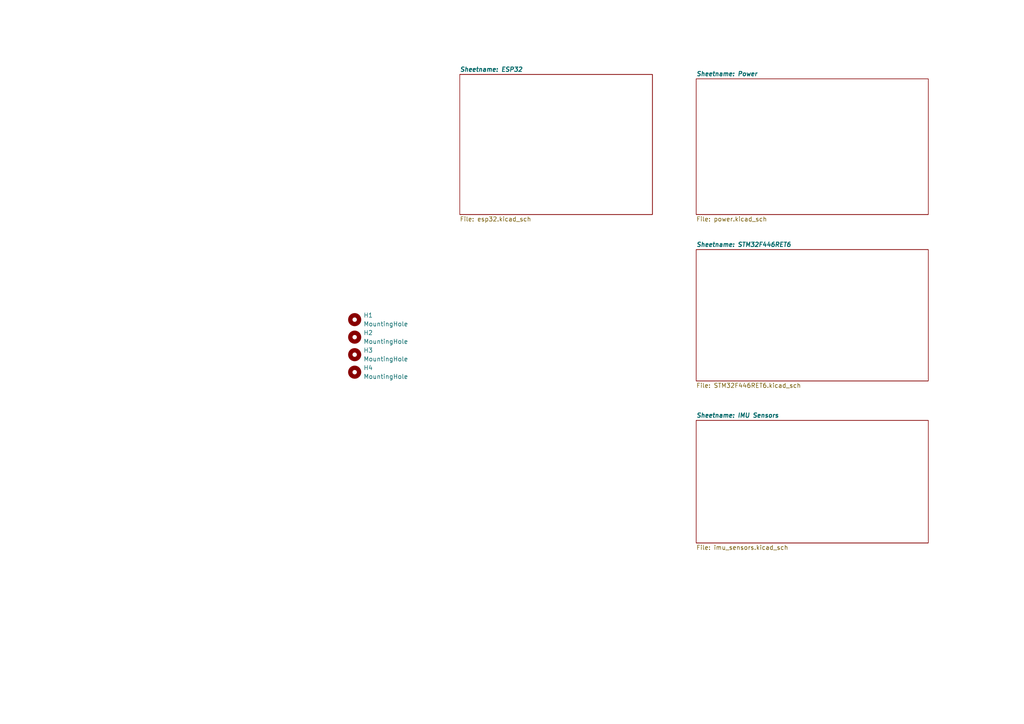
<source format=kicad_sch>
(kicad_sch (version 20231120) (generator "eeschema") (generator_version "8.0")
  (paper "A4")
  (title_block (title "Oak Designs Flight Controller") (date "2024-11-04") (rev "v0.1") (company "Oak Designs"))
  (lib_symbols
    (symbol "Mechanical:MountingHole" (pin_names (offset 1.016)) (exclude_from_sim yes) (in_bom no)
      (property "Reference" "H" (at 0 5.08 0))
      (property "Value" "MountingHole" (at 0 3.175 0))
      (symbol "MountingHole_0_1"
        (circle (center 0 0) (radius 1.27) (stroke (width 1.27)))
      )
    )
  )
  (symbol (lib_id "Mechanical:MountingHole") (at 102.87 107.95 0) (unit 1) (exclude_from_sim yes) (in_bom no)
    (property "Reference" "H4" (at 105.41 106.6799 0) (effects (justify left)))
    (property "Value" "MountingHole" (at 105.41 109.2199 0) (effects (justify left)))
    (property "Footprint" "MountingHole:MountingHole_2.2mm_M2" (effects (hide yes)))
    (property "Description" "Mounting Hole without connection" (effects (hide yes)))
  )
  (symbol (lib_id "Mechanical:MountingHole") (at 102.87 92.71 0) (unit 1) (exclude_from_sim yes) (in_bom no)
    (property "Reference" "H1" (at 105.41 91.4399 0) (effects (justify left)))
    (property "Value" "MountingHole" (at 105.41 93.9799 0) (effects (justify left)))
    (property "Footprint" "MountingHole:MountingHole_2.2mm_M2" (effects (hide yes)))
    (property "Description" "Mounting Hole without connection" (effects (hide yes)))
  )
  (symbol (lib_id "Mechanical:MountingHole") (at 102.87 102.87 0) (unit 1) (exclude_from_sim yes) (in_bom no)
    (property "Reference" "H3" (at 105.41 101.5999 0) (effects (justify left)))
    (property "Value" "MountingHole" (at 105.41 104.1399 0) (effects (justify left)))
    (property "Footprint" "MountingHole:MountingHole_2.2mm_M2" (effects (hide yes)))
    (property "Description" "Mounting Hole without connection" (effects (hide yes)))
  )
  (symbol (lib_id "Mechanical:MountingHole") (at 102.87 97.79 0) (unit 1) (exclude_from_sim yes) (in_bom no)
    (property "Reference" "H2" (at 105.41 96.5199 0) (effects (justify left)))
    (property "Value" "MountingHole" (at 105.41 99.0599 0) (effects (justify left)))
    (property "Footprint" "MountingHole:MountingHole_2.2mm_M2" (effects (hide yes)))
    (property "Description" "Mounting Hole without connection" (effects (hide yes)))
  )
  (sheet (at 201.93 72.39) (size 67.31 38.1) (stroke (width 0.1524))
    (property "Sheetname" "STM32F446RET6" (at 201.93 71.6784 0) (show_name yes) (effects (font (thickness 0.254) (bold yes) (italic yes)) (justify left bottom)))
    (property "Sheetfile" "STM32F446RET6.kicad_sch" (at 201.93 111.0746 0) (effects (justify left top)))
  )
  (sheet (at 201.93 121.92) (size 67.31 35.56) (stroke (width 0.1524))
    (property "Sheetname" "IMU Sensors" (at 201.93 121.2084 0) (show_name yes) (effects (font (thickness 0.254) (bold yes) (italic yes)) (justify left bottom)))
    (property "Sheetfile" "imu_sensors.kicad_sch" (at 201.93 158.0646 0) (effects (justify left top)))
  )
  (sheet (at 133.35 21.59) (size 55.88 40.64) (stroke (width 0.1524))
    (property "Sheetname" "ESP32" (at 133.35 20.8784 0) (show_name yes) (effects (font (thickness 0.254) (bold yes) (italic yes)) (justify left bottom)))
    (property "Sheetfile" "esp32.kicad_sch" (at 133.35 62.8146 0) (effects (justify left top)))
  )
  (sheet (at 201.93 22.86) (size 67.31 39.37) (stroke (width 0.1524))
    (property "Sheetname" "Power" (at 201.93 22.1484 0) (show_name yes) (effects (font (thickness 0.254) (bold yes) (italic yes)) (justify left bottom)))
    (property "Sheetfile" "power.kicad_sch" (at 201.93 62.8146 0) (effects (justify left top)))
  )
)
</source>
